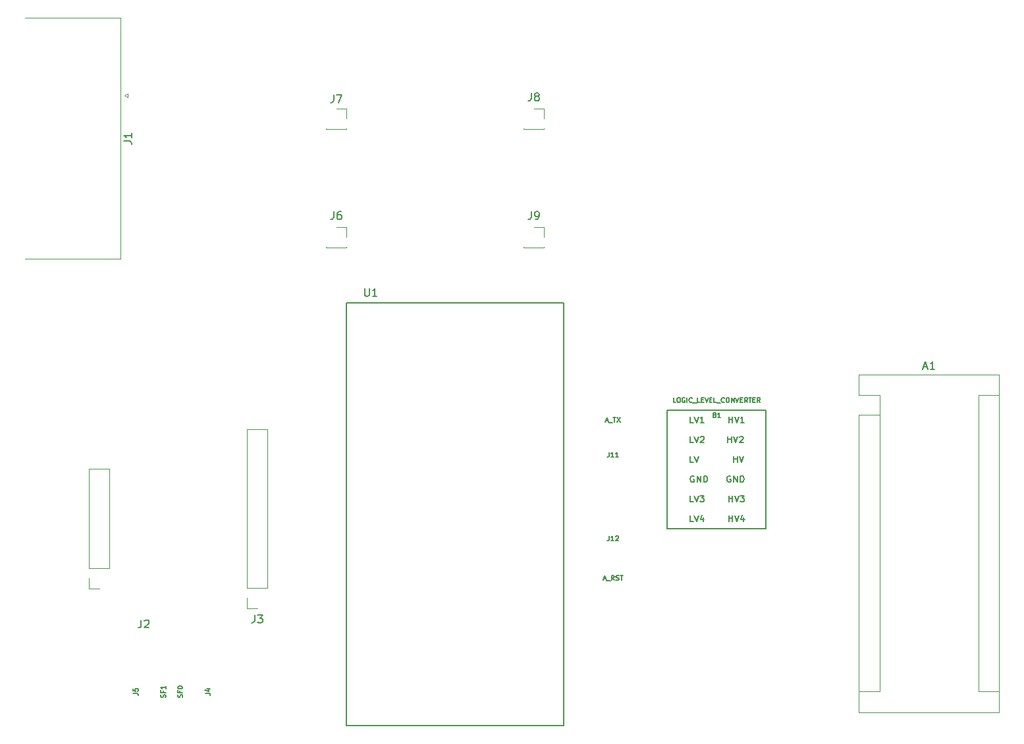
<source format=gbr>
%TF.GenerationSoftware,KiCad,Pcbnew,(6.0.4)*%
%TF.CreationDate,2022-04-04T20:05:43+03:00*%
%TF.ProjectId,volvo_bt_board,766f6c76-6f5f-4627-945f-626f6172642e,rev?*%
%TF.SameCoordinates,Original*%
%TF.FileFunction,Legend,Top*%
%TF.FilePolarity,Positive*%
%FSLAX46Y46*%
G04 Gerber Fmt 4.6, Leading zero omitted, Abs format (unit mm)*
G04 Created by KiCad (PCBNEW (6.0.4)) date 2022-04-04 20:05:43*
%MOMM*%
%LPD*%
G01*
G04 APERTURE LIST*
%ADD10C,0.150000*%
%ADD11C,0.127000*%
%ADD12C,0.152400*%
%ADD13C,0.120000*%
G04 APERTURE END LIST*
D10*
%TO.C,J1*%
X84442711Y-61283333D02*
X85156997Y-61283333D01*
X85299854Y-61330952D01*
X85395092Y-61426190D01*
X85442711Y-61569047D01*
X85442711Y-61664285D01*
X85442711Y-60283333D02*
X85442711Y-60854761D01*
X85442711Y-60569047D02*
X84442711Y-60569047D01*
X84585569Y-60664285D01*
X84680807Y-60759523D01*
X84728426Y-60854761D01*
%TO.C,J9*%
X136826666Y-70342380D02*
X136826666Y-71056666D01*
X136779047Y-71199523D01*
X136683809Y-71294761D01*
X136540952Y-71342380D01*
X136445714Y-71342380D01*
X137350476Y-71342380D02*
X137540952Y-71342380D01*
X137636190Y-71294761D01*
X137683809Y-71247142D01*
X137779047Y-71104285D01*
X137826666Y-70913809D01*
X137826666Y-70532857D01*
X137779047Y-70437619D01*
X137731428Y-70390000D01*
X137636190Y-70342380D01*
X137445714Y-70342380D01*
X137350476Y-70390000D01*
X137302857Y-70437619D01*
X137255238Y-70532857D01*
X137255238Y-70770952D01*
X137302857Y-70866190D01*
X137350476Y-70913809D01*
X137445714Y-70961428D01*
X137636190Y-70961428D01*
X137731428Y-70913809D01*
X137779047Y-70866190D01*
X137826666Y-70770952D01*
%TO.C,J6*%
X111426666Y-70342380D02*
X111426666Y-71056666D01*
X111379047Y-71199523D01*
X111283809Y-71294761D01*
X111140952Y-71342380D01*
X111045714Y-71342380D01*
X112331428Y-70342380D02*
X112140952Y-70342380D01*
X112045714Y-70390000D01*
X111998095Y-70437619D01*
X111902857Y-70580476D01*
X111855238Y-70770952D01*
X111855238Y-71151904D01*
X111902857Y-71247142D01*
X111950476Y-71294761D01*
X112045714Y-71342380D01*
X112236190Y-71342380D01*
X112331428Y-71294761D01*
X112379047Y-71247142D01*
X112426666Y-71151904D01*
X112426666Y-70913809D01*
X112379047Y-70818571D01*
X112331428Y-70770952D01*
X112236190Y-70723333D01*
X112045714Y-70723333D01*
X111950476Y-70770952D01*
X111902857Y-70818571D01*
X111855238Y-70913809D01*
%TO.C,J7*%
X111426666Y-55332380D02*
X111426666Y-56046666D01*
X111379047Y-56189523D01*
X111283809Y-56284761D01*
X111140952Y-56332380D01*
X111045714Y-56332380D01*
X111807619Y-55332380D02*
X112474285Y-55332380D01*
X112045714Y-56332380D01*
%TO.C,A1*%
X187255714Y-90336666D02*
X187731904Y-90336666D01*
X187160476Y-90622380D02*
X187493809Y-89622380D01*
X187827142Y-90622380D01*
X188684285Y-90622380D02*
X188112857Y-90622380D01*
X188398571Y-90622380D02*
X188398571Y-89622380D01*
X188303333Y-89765238D01*
X188208095Y-89860476D01*
X188112857Y-89908095D01*
D11*
%TO.C,J4*%
X94916171Y-132283200D02*
X95351600Y-132283200D01*
X95438685Y-132312228D01*
X95496742Y-132370285D01*
X95525771Y-132457371D01*
X95525771Y-132515428D01*
X95119371Y-131731657D02*
X95525771Y-131731657D01*
X94887142Y-131876800D02*
X95322571Y-132021942D01*
X95322571Y-131644571D01*
X91940742Y-132805714D02*
X91969771Y-132718628D01*
X91969771Y-132573485D01*
X91940742Y-132515428D01*
X91911714Y-132486400D01*
X91853657Y-132457371D01*
X91795600Y-132457371D01*
X91737542Y-132486400D01*
X91708514Y-132515428D01*
X91679485Y-132573485D01*
X91650457Y-132689600D01*
X91621428Y-132747657D01*
X91592400Y-132776685D01*
X91534342Y-132805714D01*
X91476285Y-132805714D01*
X91418228Y-132776685D01*
X91389200Y-132747657D01*
X91360171Y-132689600D01*
X91360171Y-132544457D01*
X91389200Y-132457371D01*
X91650457Y-131992914D02*
X91650457Y-132196114D01*
X91969771Y-132196114D02*
X91360171Y-132196114D01*
X91360171Y-131905828D01*
X91360171Y-131557485D02*
X91360171Y-131499428D01*
X91389200Y-131441371D01*
X91418228Y-131412342D01*
X91476285Y-131383314D01*
X91592400Y-131354285D01*
X91737542Y-131354285D01*
X91853657Y-131383314D01*
X91911714Y-131412342D01*
X91940742Y-131441371D01*
X91969771Y-131499428D01*
X91969771Y-131557485D01*
X91940742Y-131615542D01*
X91911714Y-131644571D01*
X91853657Y-131673600D01*
X91737542Y-131702628D01*
X91592400Y-131702628D01*
X91476285Y-131673600D01*
X91418228Y-131644571D01*
X91389200Y-131615542D01*
X91360171Y-131557485D01*
D10*
%TO.C,J3*%
X101266666Y-122227380D02*
X101266666Y-122941666D01*
X101219047Y-123084523D01*
X101123809Y-123179761D01*
X100980952Y-123227380D01*
X100885714Y-123227380D01*
X101647619Y-122227380D02*
X102266666Y-122227380D01*
X101933333Y-122608333D01*
X102076190Y-122608333D01*
X102171428Y-122655952D01*
X102219047Y-122703571D01*
X102266666Y-122798809D01*
X102266666Y-123036904D01*
X102219047Y-123132142D01*
X102171428Y-123179761D01*
X102076190Y-123227380D01*
X101790476Y-123227380D01*
X101695238Y-123179761D01*
X101647619Y-123132142D01*
D11*
%TO.C,B1*%
X160408257Y-96476457D02*
X160495342Y-96505485D01*
X160524371Y-96534514D01*
X160553400Y-96592571D01*
X160553400Y-96679657D01*
X160524371Y-96737714D01*
X160495342Y-96766742D01*
X160437285Y-96795771D01*
X160205057Y-96795771D01*
X160205057Y-96186171D01*
X160408257Y-96186171D01*
X160466314Y-96215200D01*
X160495342Y-96244228D01*
X160524371Y-96302285D01*
X160524371Y-96360342D01*
X160495342Y-96418400D01*
X160466314Y-96447428D01*
X160408257Y-96476457D01*
X160205057Y-96476457D01*
X161133971Y-96795771D02*
X160785628Y-96795771D01*
X160959800Y-96795771D02*
X160959800Y-96186171D01*
X160901742Y-96273257D01*
X160843685Y-96331314D01*
X160785628Y-96360342D01*
X155400828Y-94890771D02*
X155110542Y-94890771D01*
X155110542Y-94281171D01*
X155720142Y-94281171D02*
X155836257Y-94281171D01*
X155894314Y-94310200D01*
X155952371Y-94368257D01*
X155981400Y-94484371D01*
X155981400Y-94687571D01*
X155952371Y-94803685D01*
X155894314Y-94861742D01*
X155836257Y-94890771D01*
X155720142Y-94890771D01*
X155662085Y-94861742D01*
X155604028Y-94803685D01*
X155575000Y-94687571D01*
X155575000Y-94484371D01*
X155604028Y-94368257D01*
X155662085Y-94310200D01*
X155720142Y-94281171D01*
X156561971Y-94310200D02*
X156503914Y-94281171D01*
X156416828Y-94281171D01*
X156329742Y-94310200D01*
X156271685Y-94368257D01*
X156242657Y-94426314D01*
X156213628Y-94542428D01*
X156213628Y-94629514D01*
X156242657Y-94745628D01*
X156271685Y-94803685D01*
X156329742Y-94861742D01*
X156416828Y-94890771D01*
X156474885Y-94890771D01*
X156561971Y-94861742D01*
X156591000Y-94832714D01*
X156591000Y-94629514D01*
X156474885Y-94629514D01*
X156852257Y-94890771D02*
X156852257Y-94281171D01*
X157490885Y-94832714D02*
X157461857Y-94861742D01*
X157374771Y-94890771D01*
X157316714Y-94890771D01*
X157229628Y-94861742D01*
X157171571Y-94803685D01*
X157142542Y-94745628D01*
X157113514Y-94629514D01*
X157113514Y-94542428D01*
X157142542Y-94426314D01*
X157171571Y-94368257D01*
X157229628Y-94310200D01*
X157316714Y-94281171D01*
X157374771Y-94281171D01*
X157461857Y-94310200D01*
X157490885Y-94339228D01*
X157607000Y-94948828D02*
X158071457Y-94948828D01*
X158506885Y-94890771D02*
X158216600Y-94890771D01*
X158216600Y-94281171D01*
X158710085Y-94571457D02*
X158913285Y-94571457D01*
X159000371Y-94890771D02*
X158710085Y-94890771D01*
X158710085Y-94281171D01*
X159000371Y-94281171D01*
X159174542Y-94281171D02*
X159377742Y-94890771D01*
X159580942Y-94281171D01*
X159784142Y-94571457D02*
X159987342Y-94571457D01*
X160074428Y-94890771D02*
X159784142Y-94890771D01*
X159784142Y-94281171D01*
X160074428Y-94281171D01*
X160625971Y-94890771D02*
X160335685Y-94890771D01*
X160335685Y-94281171D01*
X160684028Y-94948828D02*
X161148485Y-94948828D01*
X161641971Y-94832714D02*
X161612942Y-94861742D01*
X161525857Y-94890771D01*
X161467800Y-94890771D01*
X161380714Y-94861742D01*
X161322657Y-94803685D01*
X161293628Y-94745628D01*
X161264600Y-94629514D01*
X161264600Y-94542428D01*
X161293628Y-94426314D01*
X161322657Y-94368257D01*
X161380714Y-94310200D01*
X161467800Y-94281171D01*
X161525857Y-94281171D01*
X161612942Y-94310200D01*
X161641971Y-94339228D01*
X162019342Y-94281171D02*
X162135457Y-94281171D01*
X162193514Y-94310200D01*
X162251571Y-94368257D01*
X162280600Y-94484371D01*
X162280600Y-94687571D01*
X162251571Y-94803685D01*
X162193514Y-94861742D01*
X162135457Y-94890771D01*
X162019342Y-94890771D01*
X161961285Y-94861742D01*
X161903228Y-94803685D01*
X161874200Y-94687571D01*
X161874200Y-94484371D01*
X161903228Y-94368257D01*
X161961285Y-94310200D01*
X162019342Y-94281171D01*
X162541857Y-94890771D02*
X162541857Y-94281171D01*
X162890200Y-94890771D01*
X162890200Y-94281171D01*
X163093400Y-94281171D02*
X163296600Y-94890771D01*
X163499800Y-94281171D01*
X163703000Y-94571457D02*
X163906200Y-94571457D01*
X163993285Y-94890771D02*
X163703000Y-94890771D01*
X163703000Y-94281171D01*
X163993285Y-94281171D01*
X164602885Y-94890771D02*
X164399685Y-94600485D01*
X164254542Y-94890771D02*
X164254542Y-94281171D01*
X164486771Y-94281171D01*
X164544828Y-94310200D01*
X164573857Y-94339228D01*
X164602885Y-94397285D01*
X164602885Y-94484371D01*
X164573857Y-94542428D01*
X164544828Y-94571457D01*
X164486771Y-94600485D01*
X164254542Y-94600485D01*
X164777057Y-94281171D02*
X165125400Y-94281171D01*
X164951228Y-94890771D02*
X164951228Y-94281171D01*
X165328600Y-94571457D02*
X165531800Y-94571457D01*
X165618885Y-94890771D02*
X165328600Y-94890771D01*
X165328600Y-94281171D01*
X165618885Y-94281171D01*
X166228485Y-94890771D02*
X166025285Y-94600485D01*
X165880142Y-94890771D02*
X165880142Y-94281171D01*
X166112371Y-94281171D01*
X166170428Y-94310200D01*
X166199457Y-94339228D01*
X166228485Y-94397285D01*
X166228485Y-94484371D01*
X166199457Y-94542428D01*
X166170428Y-94571457D01*
X166112371Y-94600485D01*
X165880142Y-94600485D01*
D12*
X162227380Y-110222695D02*
X162227380Y-109409895D01*
X162227380Y-109796942D02*
X162691838Y-109796942D01*
X162691838Y-110222695D02*
X162691838Y-109409895D01*
X162962771Y-109409895D02*
X163233704Y-110222695D01*
X163504638Y-109409895D01*
X164123914Y-109680828D02*
X164123914Y-110222695D01*
X163930390Y-109371190D02*
X163736866Y-109951761D01*
X164240028Y-109951761D01*
X162868428Y-102602695D02*
X162868428Y-101789895D01*
X162868428Y-102176942D02*
X163332885Y-102176942D01*
X163332885Y-102602695D02*
X163332885Y-101789895D01*
X163603819Y-101789895D02*
X163874752Y-102602695D01*
X164145685Y-101789895D01*
X157749723Y-104368600D02*
X157672314Y-104329895D01*
X157556200Y-104329895D01*
X157440085Y-104368600D01*
X157362676Y-104446009D01*
X157323971Y-104523419D01*
X157285266Y-104678238D01*
X157285266Y-104794352D01*
X157323971Y-104949171D01*
X157362676Y-105026580D01*
X157440085Y-105103990D01*
X157556200Y-105142695D01*
X157633609Y-105142695D01*
X157749723Y-105103990D01*
X157788428Y-105065285D01*
X157788428Y-104794352D01*
X157633609Y-104794352D01*
X158136771Y-105142695D02*
X158136771Y-104329895D01*
X158601228Y-105142695D01*
X158601228Y-104329895D01*
X158988276Y-105142695D02*
X158988276Y-104329895D01*
X159181800Y-104329895D01*
X159297914Y-104368600D01*
X159375323Y-104446009D01*
X159414028Y-104523419D01*
X159452733Y-104678238D01*
X159452733Y-104794352D01*
X159414028Y-104949171D01*
X159375323Y-105026580D01*
X159297914Y-105103990D01*
X159181800Y-105142695D01*
X158988276Y-105142695D01*
X157631190Y-110222695D02*
X157244142Y-110222695D01*
X157244142Y-109409895D01*
X157786009Y-109409895D02*
X158056942Y-110222695D01*
X158327876Y-109409895D01*
X158947152Y-109680828D02*
X158947152Y-110222695D01*
X158753628Y-109371190D02*
X158560104Y-109951761D01*
X159063266Y-109951761D01*
X157631190Y-97522695D02*
X157244142Y-97522695D01*
X157244142Y-96709895D01*
X157786009Y-96709895D02*
X158056942Y-97522695D01*
X158327876Y-96709895D01*
X159024561Y-97522695D02*
X158560104Y-97522695D01*
X158792333Y-97522695D02*
X158792333Y-96709895D01*
X158714923Y-96826009D01*
X158637514Y-96903419D01*
X158560104Y-96942123D01*
X162448723Y-104368600D02*
X162371314Y-104329895D01*
X162255200Y-104329895D01*
X162139085Y-104368600D01*
X162061676Y-104446009D01*
X162022971Y-104523419D01*
X161984266Y-104678238D01*
X161984266Y-104794352D01*
X162022971Y-104949171D01*
X162061676Y-105026580D01*
X162139085Y-105103990D01*
X162255200Y-105142695D01*
X162332609Y-105142695D01*
X162448723Y-105103990D01*
X162487428Y-105065285D01*
X162487428Y-104794352D01*
X162332609Y-104794352D01*
X162835771Y-105142695D02*
X162835771Y-104329895D01*
X163300228Y-105142695D01*
X163300228Y-104329895D01*
X163687276Y-105142695D02*
X163687276Y-104329895D01*
X163880800Y-104329895D01*
X163996914Y-104368600D01*
X164074323Y-104446009D01*
X164113028Y-104523419D01*
X164151733Y-104678238D01*
X164151733Y-104794352D01*
X164113028Y-104949171D01*
X164074323Y-105026580D01*
X163996914Y-105103990D01*
X163880800Y-105142695D01*
X163687276Y-105142695D01*
X162227380Y-97522695D02*
X162227380Y-96709895D01*
X162227380Y-97096942D02*
X162691838Y-97096942D01*
X162691838Y-97522695D02*
X162691838Y-96709895D01*
X162962771Y-96709895D02*
X163233704Y-97522695D01*
X163504638Y-96709895D01*
X164201323Y-97522695D02*
X163736866Y-97522695D01*
X163969095Y-97522695D02*
X163969095Y-96709895D01*
X163891685Y-96826009D01*
X163814276Y-96903419D01*
X163736866Y-96942123D01*
X157637238Y-102602695D02*
X157250190Y-102602695D01*
X157250190Y-101789895D01*
X157792057Y-101789895D02*
X158062990Y-102602695D01*
X158333923Y-101789895D01*
X157631190Y-100062695D02*
X157244142Y-100062695D01*
X157244142Y-99249895D01*
X157786009Y-99249895D02*
X158056942Y-100062695D01*
X158327876Y-99249895D01*
X158560104Y-99327304D02*
X158598809Y-99288600D01*
X158676219Y-99249895D01*
X158869742Y-99249895D01*
X158947152Y-99288600D01*
X158985857Y-99327304D01*
X159024561Y-99404714D01*
X159024561Y-99482123D01*
X158985857Y-99598238D01*
X158521400Y-100062695D01*
X159024561Y-100062695D01*
X162100380Y-100062695D02*
X162100380Y-99249895D01*
X162100380Y-99636942D02*
X162564838Y-99636942D01*
X162564838Y-100062695D02*
X162564838Y-99249895D01*
X162835771Y-99249895D02*
X163106704Y-100062695D01*
X163377638Y-99249895D01*
X163609866Y-99327304D02*
X163648571Y-99288600D01*
X163725980Y-99249895D01*
X163919504Y-99249895D01*
X163996914Y-99288600D01*
X164035619Y-99327304D01*
X164074323Y-99404714D01*
X164074323Y-99482123D01*
X164035619Y-99598238D01*
X163571161Y-100062695D01*
X164074323Y-100062695D01*
X157631190Y-107682695D02*
X157244142Y-107682695D01*
X157244142Y-106869895D01*
X157786009Y-106869895D02*
X158056942Y-107682695D01*
X158327876Y-106869895D01*
X158521400Y-106869895D02*
X159024561Y-106869895D01*
X158753628Y-107179533D01*
X158869742Y-107179533D01*
X158947152Y-107218238D01*
X158985857Y-107256942D01*
X159024561Y-107334352D01*
X159024561Y-107527876D01*
X158985857Y-107605285D01*
X158947152Y-107643990D01*
X158869742Y-107682695D01*
X158637514Y-107682695D01*
X158560104Y-107643990D01*
X158521400Y-107605285D01*
X162227380Y-107682695D02*
X162227380Y-106869895D01*
X162227380Y-107256942D02*
X162691838Y-107256942D01*
X162691838Y-107682695D02*
X162691838Y-106869895D01*
X162962771Y-106869895D02*
X163233704Y-107682695D01*
X163504638Y-106869895D01*
X163698161Y-106869895D02*
X164201323Y-106869895D01*
X163930390Y-107179533D01*
X164046504Y-107179533D01*
X164123914Y-107218238D01*
X164162619Y-107256942D01*
X164201323Y-107334352D01*
X164201323Y-107527876D01*
X164162619Y-107605285D01*
X164123914Y-107643990D01*
X164046504Y-107682695D01*
X163814276Y-107682695D01*
X163736866Y-107643990D01*
X163698161Y-107605285D01*
D10*
%TO.C,U1*%
X115408626Y-80226124D02*
X115408626Y-81035960D01*
X115456263Y-81131235D01*
X115503901Y-81178873D01*
X115599175Y-81226510D01*
X115789725Y-81226510D01*
X115885000Y-81178873D01*
X115932637Y-81131235D01*
X115980275Y-81035960D01*
X115980275Y-80226124D01*
X116980661Y-81226510D02*
X116409012Y-81226510D01*
X116694836Y-81226510D02*
X116694836Y-80226124D01*
X116599561Y-80369036D01*
X116504287Y-80464311D01*
X116409012Y-80511949D01*
D11*
%TO.C,J5*%
X85645171Y-132283200D02*
X86080600Y-132283200D01*
X86167685Y-132312228D01*
X86225742Y-132370285D01*
X86254771Y-132457371D01*
X86254771Y-132515428D01*
X85645171Y-131702628D02*
X85645171Y-131992914D01*
X85935457Y-132021942D01*
X85906428Y-131992914D01*
X85877400Y-131934857D01*
X85877400Y-131789714D01*
X85906428Y-131731657D01*
X85935457Y-131702628D01*
X85993514Y-131673600D01*
X86138657Y-131673600D01*
X86196714Y-131702628D01*
X86225742Y-131731657D01*
X86254771Y-131789714D01*
X86254771Y-131934857D01*
X86225742Y-131992914D01*
X86196714Y-132021942D01*
X89781742Y-132805714D02*
X89810771Y-132718628D01*
X89810771Y-132573485D01*
X89781742Y-132515428D01*
X89752714Y-132486400D01*
X89694657Y-132457371D01*
X89636600Y-132457371D01*
X89578542Y-132486400D01*
X89549514Y-132515428D01*
X89520485Y-132573485D01*
X89491457Y-132689600D01*
X89462428Y-132747657D01*
X89433400Y-132776685D01*
X89375342Y-132805714D01*
X89317285Y-132805714D01*
X89259228Y-132776685D01*
X89230200Y-132747657D01*
X89201171Y-132689600D01*
X89201171Y-132544457D01*
X89230200Y-132457371D01*
X89491457Y-131992914D02*
X89491457Y-132196114D01*
X89810771Y-132196114D02*
X89201171Y-132196114D01*
X89201171Y-131905828D01*
X89810771Y-131354285D02*
X89810771Y-131702628D01*
X89810771Y-131528457D02*
X89201171Y-131528457D01*
X89288257Y-131586514D01*
X89346314Y-131644571D01*
X89375342Y-131702628D01*
%TO.C,J11*%
X146826514Y-101266171D02*
X146826514Y-101701600D01*
X146797485Y-101788685D01*
X146739428Y-101846742D01*
X146652342Y-101875771D01*
X146594285Y-101875771D01*
X147436114Y-101875771D02*
X147087771Y-101875771D01*
X147261942Y-101875771D02*
X147261942Y-101266171D01*
X147203885Y-101353257D01*
X147145828Y-101411314D01*
X147087771Y-101440342D01*
X148016685Y-101875771D02*
X147668342Y-101875771D01*
X147842514Y-101875771D02*
X147842514Y-101266171D01*
X147784457Y-101353257D01*
X147726400Y-101411314D01*
X147668342Y-101440342D01*
X146420114Y-97256600D02*
X146710400Y-97256600D01*
X146362057Y-97430771D02*
X146565257Y-96821171D01*
X146768457Y-97430771D01*
X146826514Y-97488828D02*
X147290971Y-97488828D01*
X147349028Y-96821171D02*
X147697371Y-96821171D01*
X147523200Y-97430771D02*
X147523200Y-96821171D01*
X147842514Y-96821171D02*
X148248914Y-97430771D01*
X148248914Y-96821171D02*
X147842514Y-97430771D01*
D10*
%TO.C,J8*%
X136826666Y-55102380D02*
X136826666Y-55816666D01*
X136779047Y-55959523D01*
X136683809Y-56054761D01*
X136540952Y-56102380D01*
X136445714Y-56102380D01*
X137445714Y-55530952D02*
X137350476Y-55483333D01*
X137302857Y-55435714D01*
X137255238Y-55340476D01*
X137255238Y-55292857D01*
X137302857Y-55197619D01*
X137350476Y-55150000D01*
X137445714Y-55102380D01*
X137636190Y-55102380D01*
X137731428Y-55150000D01*
X137779047Y-55197619D01*
X137826666Y-55292857D01*
X137826666Y-55340476D01*
X137779047Y-55435714D01*
X137731428Y-55483333D01*
X137636190Y-55530952D01*
X137445714Y-55530952D01*
X137350476Y-55578571D01*
X137302857Y-55626190D01*
X137255238Y-55721428D01*
X137255238Y-55911904D01*
X137302857Y-56007142D01*
X137350476Y-56054761D01*
X137445714Y-56102380D01*
X137636190Y-56102380D01*
X137731428Y-56054761D01*
X137779047Y-56007142D01*
X137826666Y-55911904D01*
X137826666Y-55721428D01*
X137779047Y-55626190D01*
X137731428Y-55578571D01*
X137636190Y-55530952D01*
D11*
%TO.C,J12*%
X146826514Y-112061171D02*
X146826514Y-112496600D01*
X146797485Y-112583685D01*
X146739428Y-112641742D01*
X146652342Y-112670771D01*
X146594285Y-112670771D01*
X147436114Y-112670771D02*
X147087771Y-112670771D01*
X147261942Y-112670771D02*
X147261942Y-112061171D01*
X147203885Y-112148257D01*
X147145828Y-112206314D01*
X147087771Y-112235342D01*
X147668342Y-112119228D02*
X147697371Y-112090200D01*
X147755428Y-112061171D01*
X147900571Y-112061171D01*
X147958628Y-112090200D01*
X147987657Y-112119228D01*
X148016685Y-112177285D01*
X148016685Y-112235342D01*
X147987657Y-112322428D01*
X147639314Y-112670771D01*
X148016685Y-112670771D01*
X146115314Y-117576600D02*
X146405600Y-117576600D01*
X146057257Y-117750771D02*
X146260457Y-117141171D01*
X146463657Y-117750771D01*
X146521714Y-117808828D02*
X146986171Y-117808828D01*
X147479657Y-117750771D02*
X147276457Y-117460485D01*
X147131314Y-117750771D02*
X147131314Y-117141171D01*
X147363542Y-117141171D01*
X147421600Y-117170200D01*
X147450628Y-117199228D01*
X147479657Y-117257285D01*
X147479657Y-117344371D01*
X147450628Y-117402428D01*
X147421600Y-117431457D01*
X147363542Y-117460485D01*
X147131314Y-117460485D01*
X147711885Y-117721742D02*
X147798971Y-117750771D01*
X147944114Y-117750771D01*
X148002171Y-117721742D01*
X148031200Y-117692714D01*
X148060228Y-117634657D01*
X148060228Y-117576600D01*
X148031200Y-117518542D01*
X148002171Y-117489514D01*
X147944114Y-117460485D01*
X147828000Y-117431457D01*
X147769942Y-117402428D01*
X147740914Y-117373400D01*
X147711885Y-117315342D01*
X147711885Y-117257285D01*
X147740914Y-117199228D01*
X147769942Y-117170200D01*
X147828000Y-117141171D01*
X147973142Y-117141171D01*
X148060228Y-117170200D01*
X148234400Y-117141171D02*
X148582742Y-117141171D01*
X148408571Y-117750771D02*
X148408571Y-117141171D01*
D10*
%TO.C,J2*%
X86661666Y-122862380D02*
X86661666Y-123576666D01*
X86614047Y-123719523D01*
X86518809Y-123814761D01*
X86375952Y-123862380D01*
X86280714Y-123862380D01*
X87090238Y-122957619D02*
X87137857Y-122910000D01*
X87233095Y-122862380D01*
X87471190Y-122862380D01*
X87566428Y-122910000D01*
X87614047Y-122957619D01*
X87661666Y-123052857D01*
X87661666Y-123148095D01*
X87614047Y-123290952D01*
X87042619Y-123862380D01*
X87661666Y-123862380D01*
D13*
%TO.C,J1*%
X84511656Y-55410000D02*
X84944669Y-55160000D01*
X84944669Y-55660000D02*
X84511656Y-55410000D01*
X71710331Y-45465000D02*
X84050331Y-45465000D01*
X84944669Y-55160000D02*
X84944669Y-55660000D01*
X84050331Y-45465000D02*
X84050331Y-76435000D01*
X84050331Y-76435000D02*
X71710331Y-76435000D01*
%TO.C,J9*%
X135830000Y-74870000D02*
X135830000Y-74990000D01*
X137160000Y-72330000D02*
X138490000Y-72330000D01*
X138490000Y-72330000D02*
X138490000Y-73660000D01*
X135830000Y-74990000D02*
X138490000Y-74990000D01*
X138490000Y-74870000D02*
X138490000Y-74990000D01*
%TO.C,J6*%
X111760000Y-72330000D02*
X113090000Y-72330000D01*
X113090000Y-72330000D02*
X113090000Y-73660000D01*
X113090000Y-74870000D02*
X113090000Y-74990000D01*
X110430000Y-74990000D02*
X113090000Y-74990000D01*
X110430000Y-74870000D02*
X110430000Y-74990000D01*
%TO.C,J7*%
X111760000Y-57090000D02*
X113090000Y-57090000D01*
X113090000Y-59630000D02*
X113090000Y-59750000D01*
X110430000Y-59750000D02*
X113090000Y-59750000D01*
X113090000Y-57090000D02*
X113090000Y-58420000D01*
X110430000Y-59630000D02*
X110430000Y-59750000D01*
%TO.C,A1*%
X196990000Y-91310000D02*
X178950000Y-91310000D01*
X181620000Y-96520000D02*
X181620000Y-93980000D01*
X196990000Y-134750000D02*
X196990000Y-91310000D01*
X181620000Y-96520000D02*
X181620000Y-132080000D01*
X181620000Y-132080000D02*
X178950000Y-132080000D01*
X194320000Y-93980000D02*
X194320000Y-132080000D01*
X178950000Y-134750000D02*
X196990000Y-134750000D01*
X181620000Y-96520000D02*
X178950000Y-96520000D01*
X178950000Y-91310000D02*
X178950000Y-93980000D01*
X194320000Y-132080000D02*
X196990000Y-132080000D01*
X194320000Y-93980000D02*
X196990000Y-93980000D01*
X178950000Y-96520000D02*
X178950000Y-134750000D01*
X181620000Y-93980000D02*
X178950000Y-93980000D01*
%TO.C,J3*%
X100270000Y-118735000D02*
X100270000Y-98355000D01*
X102930000Y-98355000D02*
X100270000Y-98355000D01*
X101600000Y-121335000D02*
X100270000Y-121335000D01*
X102930000Y-118735000D02*
X102930000Y-98355000D01*
X102930000Y-118735000D02*
X100270000Y-118735000D01*
X100270000Y-121335000D02*
X100270000Y-120005000D01*
D11*
%TO.C,B1*%
X167005000Y-111125000D02*
X154305000Y-111125000D01*
X167005000Y-95885000D02*
X167005000Y-111125000D01*
X154305000Y-95885000D02*
X167005000Y-95885000D01*
X154305000Y-111125000D02*
X154305000Y-95885000D01*
%TO.C,U1*%
X140950000Y-82070000D02*
X140950000Y-136470000D01*
X140950000Y-136470000D02*
X113050000Y-136470000D01*
X113050000Y-82070000D02*
X140950000Y-82070000D01*
X113050000Y-136470000D02*
X113050000Y-82070000D01*
D13*
%TO.C,J8*%
X135830000Y-59630000D02*
X135830000Y-59750000D01*
X135830000Y-59750000D02*
X138490000Y-59750000D01*
X138490000Y-59630000D02*
X138490000Y-59750000D01*
X138490000Y-57090000D02*
X138490000Y-58420000D01*
X137160000Y-57090000D02*
X138490000Y-57090000D01*
%TO.C,J2*%
X81280000Y-118795000D02*
X79950000Y-118795000D01*
X82610000Y-116195000D02*
X82610000Y-103435000D01*
X82610000Y-103435000D02*
X79950000Y-103435000D01*
X79950000Y-116195000D02*
X79950000Y-103435000D01*
X79950000Y-118795000D02*
X79950000Y-117465000D01*
X82610000Y-116195000D02*
X79950000Y-116195000D01*
%TD*%
M02*

</source>
